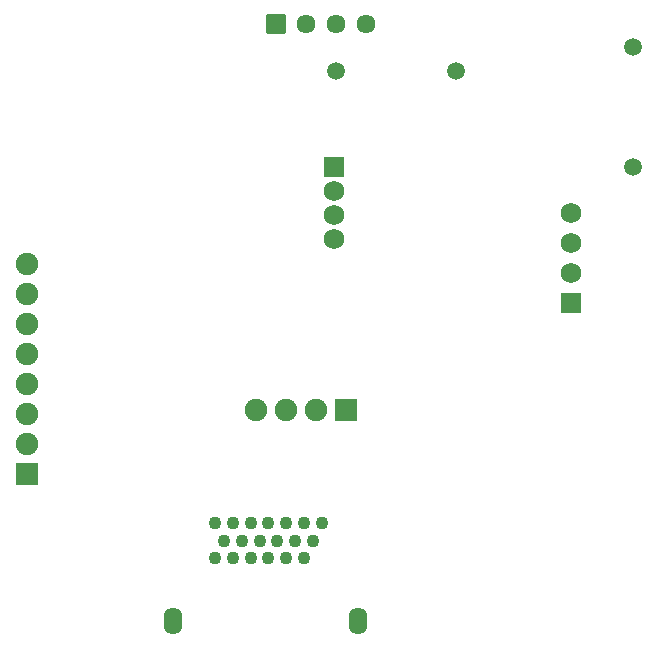
<source format=gbs>
G04 Layer: BottomSolderMaskLayer*
G04 EasyEDA v6.5.23, 2023-06-19 12:13:42*
G04 e563b856323e489fb497cbcb29ae2dd2,10*
G04 Gerber Generator version 0.2*
G04 Scale: 100 percent, Rotated: No, Reflected: No *
G04 Dimensions in millimeters *
G04 leading zeros omitted , absolute positions ,4 integer and 5 decimal *
%FSLAX45Y45*%
%MOMM*%

%AMMACRO1*1,1,$1,$2,$3*1,1,$1,$4,$5*1,1,$1,0-$2,0-$3*1,1,$1,0-$4,0-$5*20,1,$1,$2,$3,$4,$5,0*20,1,$1,$4,$5,0-$2,0-$3,0*20,1,$1,0-$2,0-$3,0-$4,0-$5,0*20,1,$1,0-$4,0-$5,$2,$3,0*4,1,4,$2,$3,$4,$5,0-$2,0-$3,0-$4,0-$5,$2,$3,0*%
%ADD10MACRO1,0.1016X-0.9X-0.9X-0.9X0.9*%
%ADD11C,1.9016*%
%ADD12MACRO1,0.1016X0.9X-0.9X-0.9X-0.9*%
%ADD13C,1.7272*%
%ADD14R,1.7272X1.7272*%
%ADD15C,1.1016*%
%ADD16O,1.6015970000000002X2.3015956*%
%ADD17C,1.5016*%
%ADD18MACRO1,0.1016X-0.754X0.754X0.754X0.754*%
%ADD19C,1.6096*%
%ADD20MACRO1,0.2032X0.762X-0.762X-0.762X-0.762*%

%LPD*%
D10*
G01*
X711200Y1612900D03*
D11*
G01*
X711200Y1866900D03*
G01*
X711200Y2120900D03*
G01*
X711200Y2374900D03*
G01*
X711200Y2628900D03*
G01*
X711200Y2882900D03*
G01*
X711200Y3136900D03*
G01*
X711200Y3390900D03*
D12*
G01*
X3416300Y2159000D03*
D11*
G01*
X3162300Y2159000D03*
G01*
X2908300Y2159000D03*
G01*
X2654300Y2159000D03*
D13*
G01*
X3314700Y3606800D03*
G01*
X3314700Y3812539D03*
G01*
X3314700Y4010660D03*
D14*
G01*
X3314700Y4211320D03*
D15*
G01*
X3206495Y1202385D03*
G01*
X3131489Y1052372D03*
G01*
X3056509Y1202385D03*
G01*
X3056509Y902385D03*
G01*
X2981502Y1052372D03*
G01*
X2906496Y902385D03*
G01*
X2906496Y1202385D03*
G01*
X2831490Y1052372D03*
G01*
X2756509Y1202385D03*
G01*
X2756509Y902385D03*
G01*
X2681503Y1052372D03*
G01*
X2606497Y902385D03*
G01*
X2606497Y1202385D03*
G01*
X2531490Y1052372D03*
G01*
X2456484Y1202385D03*
G01*
X2456484Y902385D03*
G01*
X2381504Y1052372D03*
G01*
X2306497Y902385D03*
G01*
X2306497Y1202385D03*
D16*
G01*
X3516502Y372389D03*
G01*
X1944497Y372389D03*
D17*
G01*
X5842000Y4214393D03*
G01*
X5842000Y5234406D03*
G01*
X4345406Y5029200D03*
G01*
X3325393Y5029200D03*
D18*
G01*
X2818993Y5422087D03*
D19*
G01*
X3072993Y5422087D03*
G01*
X3326993Y5422087D03*
G01*
X3580993Y5422087D03*
D20*
G01*
X5321300Y3060700D03*
D13*
G01*
X5321300Y3314700D03*
G01*
X5321300Y3568700D03*
G01*
X5321300Y3822700D03*
M02*

</source>
